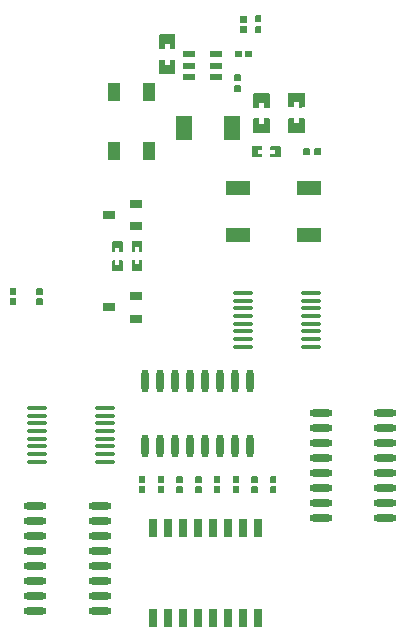
<source format=gtp>
G04 Layer: TopPasteMaskLayer*
G04 EasyEDA v6.5.38, 2023-11-28 08:19:45*
G04 5b7e501a1e2443daa6a4fc3441366d2c,52c161dc85b4440087471843f8ea1cfe,10*
G04 Gerber Generator version 0.2*
G04 Scale: 100 percent, Rotated: No, Reflected: No *
G04 Dimensions in millimeters *
G04 leading zeros omitted , absolute positions ,4 integer and 5 decimal *
%FSLAX45Y45*%
%MOMM*%

%AMMACRO1*21,1,$1,$2,0,0,$3*%
%ADD10O,1.9709892X0.6020054*%
%ADD11O,1.7314926000000002X0.3430016*%
%ADD12O,0.6020054X1.9709892*%
%ADD13MACRO1,1.4986X0.9982X90.0000*%
%ADD14MACRO1,1.5011X0.9982X90.0000*%
%ADD15R,1.0720X0.5320*%
%ADD16R,1.4000X2.1200*%
%ADD17MACRO1,0.76X1.5999X0.0000*%
%ADD18R,2.1000X1.2000*%
%ADD19R,1.0000X0.8000*%
%ADD20R,0.0191X0.8000*%

%LPD*%
G36*
X7957007Y11086490D02*
G01*
X7952994Y11082477D01*
X7952994Y11032439D01*
X7957007Y11028426D01*
X8002981Y11028426D01*
X8006994Y11032439D01*
X8006994Y11082477D01*
X8002981Y11086490D01*
G37*
G36*
X7957007Y11171529D02*
G01*
X7952994Y11167516D01*
X7952994Y11117478D01*
X7957007Y11113465D01*
X8002981Y11113465D01*
X8006994Y11117478D01*
X8006994Y11167516D01*
X8002981Y11171529D01*
G37*
G36*
X7731963Y11086490D02*
G01*
X7728000Y11082477D01*
X7728000Y11032439D01*
X7731963Y11028426D01*
X7777988Y11028426D01*
X7782001Y11032439D01*
X7782001Y11082477D01*
X7777988Y11086490D01*
G37*
G36*
X7731963Y11171529D02*
G01*
X7728000Y11167516D01*
X7728000Y11117478D01*
X7731963Y11113465D01*
X7777988Y11113465D01*
X7782001Y11117478D01*
X7782001Y11167516D01*
X7777988Y11171529D01*
G37*
G36*
X8827008Y9496501D02*
G01*
X8822994Y9492488D01*
X8822994Y9442399D01*
X8827008Y9438436D01*
X8872982Y9438436D01*
X8876995Y9442399D01*
X8876995Y9492488D01*
X8872982Y9496501D01*
G37*
G36*
X8827008Y9581540D02*
G01*
X8822994Y9577527D01*
X8822994Y9527489D01*
X8827008Y9523476D01*
X8872982Y9523476D01*
X8876995Y9527489D01*
X8876995Y9577527D01*
X8872982Y9581540D01*
G37*
G36*
X8985554Y9496501D02*
G01*
X8981541Y9492488D01*
X8981541Y9442399D01*
X8985554Y9438436D01*
X9031528Y9438436D01*
X9035542Y9442399D01*
X9035542Y9492488D01*
X9031528Y9496501D01*
G37*
G36*
X8985554Y9581540D02*
G01*
X8981541Y9577527D01*
X8981541Y9527489D01*
X8985554Y9523476D01*
X9031528Y9523476D01*
X9035542Y9527489D01*
X9035542Y9577527D01*
X9031528Y9581540D01*
G37*
G36*
X9144101Y9496501D02*
G01*
X9140139Y9492488D01*
X9140139Y9442399D01*
X9144101Y9438436D01*
X9190126Y9438436D01*
X9194139Y9442399D01*
X9194139Y9492488D01*
X9190126Y9496501D01*
G37*
G36*
X9144101Y9581540D02*
G01*
X9140139Y9577527D01*
X9140139Y9527489D01*
X9144101Y9523476D01*
X9190126Y9523476D01*
X9194139Y9527489D01*
X9194139Y9577527D01*
X9190126Y9581540D01*
G37*
G36*
X9302699Y9496501D02*
G01*
X9298686Y9492488D01*
X9298686Y9442399D01*
X9302699Y9438436D01*
X9348673Y9438436D01*
X9352686Y9442399D01*
X9352686Y9492488D01*
X9348673Y9496501D01*
G37*
G36*
X9302699Y9581540D02*
G01*
X9298686Y9577527D01*
X9298686Y9527489D01*
X9302699Y9523476D01*
X9348673Y9523476D01*
X9352686Y9527489D01*
X9352686Y9577527D01*
X9348673Y9581540D01*
G37*
G36*
X9461246Y9496501D02*
G01*
X9457232Y9492488D01*
X9457232Y9442399D01*
X9461246Y9438436D01*
X9507270Y9438436D01*
X9511233Y9442399D01*
X9511233Y9492488D01*
X9507270Y9496501D01*
G37*
G36*
X9461246Y9581540D02*
G01*
X9457232Y9577527D01*
X9457232Y9527489D01*
X9461246Y9523476D01*
X9507270Y9523476D01*
X9511233Y9527489D01*
X9511233Y9577527D01*
X9507270Y9581540D01*
G37*
G36*
X9619843Y9496501D02*
G01*
X9615830Y9492488D01*
X9615830Y9442399D01*
X9619843Y9438436D01*
X9665817Y9438436D01*
X9669830Y9442399D01*
X9669830Y9492488D01*
X9665817Y9496501D01*
G37*
G36*
X9619843Y9581540D02*
G01*
X9615830Y9577527D01*
X9615830Y9527489D01*
X9619843Y9523476D01*
X9665817Y9523476D01*
X9669830Y9527489D01*
X9669830Y9577527D01*
X9665817Y9581540D01*
G37*
G36*
X9778390Y9496501D02*
G01*
X9774428Y9492488D01*
X9774428Y9442399D01*
X9778390Y9438436D01*
X9824415Y9438436D01*
X9828428Y9442399D01*
X9828428Y9492488D01*
X9824415Y9496501D01*
G37*
G36*
X9778390Y9581540D02*
G01*
X9774428Y9577527D01*
X9774428Y9527489D01*
X9778390Y9523476D01*
X9824415Y9523476D01*
X9828428Y9527489D01*
X9828428Y9577527D01*
X9824415Y9581540D01*
G37*
G36*
X9936988Y9496501D02*
G01*
X9932974Y9492488D01*
X9932974Y9442399D01*
X9936988Y9438436D01*
X9982962Y9438436D01*
X9986975Y9442399D01*
X9986975Y9492488D01*
X9982962Y9496501D01*
G37*
G36*
X9936988Y9581540D02*
G01*
X9932974Y9577527D01*
X9932974Y9527489D01*
X9936988Y9523476D01*
X9982962Y9523476D01*
X9986975Y9527489D01*
X9986975Y9577527D01*
X9982962Y9581540D01*
G37*
G36*
X10216997Y12357455D02*
G01*
X10211968Y12352477D01*
X10211968Y12307468D01*
X10216997Y12302490D01*
X10264952Y12302490D01*
X10271963Y12307468D01*
X10271963Y12352477D01*
X10264952Y12357455D01*
G37*
G36*
X10314990Y12357455D02*
G01*
X10307980Y12352477D01*
X10307980Y12307468D01*
X10314990Y12302490D01*
X10362996Y12302490D01*
X10367975Y12307468D01*
X10367975Y12352477D01*
X10362996Y12357455D01*
G37*
G36*
X9809784Y13389610D02*
G01*
X9804755Y13382599D01*
X9804755Y13334593D01*
X9809784Y13329564D01*
X9854742Y13329564D01*
X9859772Y13334593D01*
X9859772Y13382599D01*
X9854742Y13389610D01*
G37*
G36*
X9809784Y13485571D02*
G01*
X9804755Y13480592D01*
X9804755Y13432586D01*
X9809784Y13425576D01*
X9854742Y13425576D01*
X9859772Y13432586D01*
X9859772Y13480592D01*
X9854742Y13485571D01*
G37*
G36*
X9684258Y13479170D02*
G01*
X9680244Y13475157D01*
X9680244Y13425119D01*
X9684258Y13421106D01*
X9730282Y13421106D01*
X9734245Y13425119D01*
X9734245Y13475157D01*
X9730282Y13479170D01*
G37*
G36*
X9684258Y13394080D02*
G01*
X9680244Y13390067D01*
X9680244Y13340029D01*
X9684258Y13336016D01*
X9730282Y13336016D01*
X9734245Y13340029D01*
X9734245Y13390067D01*
X9730282Y13394080D01*
G37*
G36*
X9639706Y13184581D02*
G01*
X9635693Y13180568D01*
X9635693Y13134594D01*
X9639706Y13130580D01*
X9689744Y13130580D01*
X9693757Y13134594D01*
X9693757Y13180568D01*
X9689744Y13184581D01*
G37*
G36*
X9724745Y13184581D02*
G01*
X9720783Y13180568D01*
X9720783Y13134594D01*
X9724745Y13130580D01*
X9774834Y13130580D01*
X9778847Y13134594D01*
X9778847Y13180568D01*
X9774834Y13184581D01*
G37*
G36*
X9634778Y12889585D02*
G01*
X9629749Y12882575D01*
X9629749Y12834569D01*
X9634778Y12829590D01*
X9679736Y12829590D01*
X9684766Y12834569D01*
X9684766Y12882575D01*
X9679736Y12889585D01*
G37*
G36*
X9634778Y12985597D02*
G01*
X9629749Y12980568D01*
X9629749Y12932613D01*
X9634778Y12925602D01*
X9679736Y12925602D01*
X9684766Y12932613D01*
X9684766Y12980568D01*
X9679736Y12985597D01*
G37*
G36*
X8998000Y13322452D02*
G01*
X8992971Y13317474D01*
X8992971Y13202462D01*
X8998000Y13197484D01*
X9039961Y13197992D01*
X9039961Y13241985D01*
X9084970Y13241985D01*
X9084970Y13196976D01*
X9125966Y13197484D01*
X9130995Y13202462D01*
X9130995Y13317474D01*
X9125966Y13322452D01*
G37*
G36*
X8998000Y13107466D02*
G01*
X8992971Y13102488D01*
X8992971Y12987477D01*
X8998000Y12982498D01*
X9125966Y12982498D01*
X9130995Y12987477D01*
X9130995Y13102488D01*
X9125966Y13107466D01*
X9084970Y13106958D01*
X9084970Y13062965D01*
X9039961Y13062965D01*
X9039961Y13107466D01*
G37*
G36*
X9795256Y12825120D02*
G01*
X9790277Y12820091D01*
X9790277Y12705080D01*
X9795256Y12700101D01*
X9837267Y12700609D01*
X9837267Y12744602D01*
X9882276Y12744602D01*
X9882276Y12699593D01*
X9923272Y12700101D01*
X9928250Y12705080D01*
X9928250Y12820091D01*
X9923272Y12825120D01*
G37*
G36*
X9795256Y12610084D02*
G01*
X9790277Y12605105D01*
X9790277Y12490094D01*
X9795256Y12485116D01*
X9923272Y12485116D01*
X9928250Y12490094D01*
X9928250Y12605105D01*
X9923272Y12610084D01*
X9882276Y12609576D01*
X9882276Y12565583D01*
X9837267Y12565583D01*
X9837267Y12610084D01*
G37*
G36*
X10092994Y12827457D02*
G01*
X10087965Y12822478D01*
X10087965Y12707467D01*
X10092994Y12702489D01*
X10135006Y12702997D01*
X10135006Y12746990D01*
X10179964Y12746990D01*
X10179964Y12701981D01*
X10220960Y12702489D01*
X10225989Y12707467D01*
X10225989Y12822478D01*
X10220960Y12827457D01*
G37*
G36*
X10092994Y12612471D02*
G01*
X10087965Y12607493D01*
X10087965Y12492482D01*
X10092994Y12487452D01*
X10220960Y12487452D01*
X10225989Y12492482D01*
X10225989Y12607493D01*
X10220960Y12612471D01*
X10179964Y12611963D01*
X10179964Y12567970D01*
X10135006Y12567970D01*
X10135006Y12612471D01*
G37*
G36*
X9780473Y12374981D02*
G01*
X9775494Y12370003D01*
X9775494Y12289993D01*
X9780473Y12284964D01*
X9860483Y12284964D01*
X9865461Y12289993D01*
X9865461Y12312751D01*
X9828479Y12312751D01*
X9828479Y12345771D01*
X9865461Y12345771D01*
X9865461Y12370003D01*
X9860483Y12374981D01*
G37*
G36*
X9940493Y12374981D02*
G01*
X9935464Y12370003D01*
X9935464Y12345771D01*
X9973462Y12345771D01*
X9973462Y12312751D01*
X9935464Y12312751D01*
X9935464Y12289993D01*
X9940493Y12284964D01*
X10019487Y12284964D01*
X10024465Y12289993D01*
X10024465Y12370003D01*
X10019487Y12374981D01*
G37*
G36*
X8764981Y11410492D02*
G01*
X8760002Y11405463D01*
X8760002Y11325453D01*
X8764981Y11320475D01*
X8844991Y11320475D01*
X8849969Y11325453D01*
X8849969Y11405463D01*
X8844991Y11410492D01*
X8822182Y11410492D01*
X8822182Y11373459D01*
X8789162Y11373459D01*
X8789162Y11410492D01*
G37*
G36*
X8764981Y11569496D02*
G01*
X8760002Y11564467D01*
X8760002Y11485473D01*
X8764981Y11480495D01*
X8789162Y11480495D01*
X8789162Y11518493D01*
X8822182Y11518493D01*
X8822182Y11480495D01*
X8844991Y11480495D01*
X8849969Y11485473D01*
X8849969Y11564467D01*
X8844991Y11569496D01*
G37*
G36*
X8599982Y11569496D02*
G01*
X8595004Y11564467D01*
X8595004Y11484457D01*
X8599982Y11479479D01*
X8622792Y11479479D01*
X8622792Y11516461D01*
X8655761Y11516461D01*
X8655761Y11479479D01*
X8679992Y11479479D01*
X8684971Y11484457D01*
X8684971Y11564467D01*
X8679992Y11569496D01*
G37*
G36*
X8599982Y11409476D02*
G01*
X8595004Y11404498D01*
X8595004Y11325504D01*
X8599982Y11320475D01*
X8679992Y11320475D01*
X8684971Y11325504D01*
X8684971Y11404498D01*
X8679992Y11409476D01*
X8655761Y11409476D01*
X8655761Y11371478D01*
X8622792Y11371478D01*
X8622792Y11409476D01*
G37*
D10*
G01*
X7946415Y9324492D03*
G01*
X7946415Y9197492D03*
G01*
X7946415Y9070492D03*
G01*
X7946415Y8943492D03*
G01*
X7946415Y8816492D03*
G01*
X7946415Y8689492D03*
G01*
X7946415Y8562492D03*
G01*
X7946415Y8435492D03*
G01*
X8493531Y9324492D03*
G01*
X8493531Y9197492D03*
G01*
X8493531Y9070492D03*
G01*
X8493531Y8943492D03*
G01*
X8493531Y8816492D03*
G01*
X8493531Y8689492D03*
G01*
X8493531Y8562492D03*
G01*
X8493531Y8435492D03*
G01*
X10908538Y9230487D03*
G01*
X10908538Y9357487D03*
G01*
X10908538Y9484487D03*
G01*
X10908538Y9611487D03*
G01*
X10908538Y9738487D03*
G01*
X10908538Y9865487D03*
G01*
X10908538Y9992487D03*
G01*
X10908538Y10119487D03*
G01*
X10361422Y9230487D03*
G01*
X10361422Y9357487D03*
G01*
X10361422Y9484487D03*
G01*
X10361422Y9611487D03*
G01*
X10361422Y9738487D03*
G01*
X10361422Y9865487D03*
G01*
X10361422Y9992487D03*
G01*
X10361422Y10119487D03*
D11*
G01*
X7963408Y10157485D03*
G01*
X7963408Y10092486D03*
G01*
X7963408Y10027488D03*
G01*
X7963408Y9962464D03*
G01*
X7963408Y9897465D03*
G01*
X7963408Y9832467D03*
G01*
X7963408Y9767468D03*
G01*
X7963408Y9702469D03*
G01*
X8536559Y10157485D03*
G01*
X8536559Y10092486D03*
G01*
X8536559Y10027488D03*
G01*
X8536559Y9962464D03*
G01*
X8536559Y9897465D03*
G01*
X8536559Y9832467D03*
G01*
X8536559Y9767468D03*
G01*
X8536559Y9702469D03*
G01*
X10276560Y10677474D03*
G01*
X10276560Y10742472D03*
G01*
X10276560Y10807471D03*
G01*
X10276560Y10872495D03*
G01*
X10276560Y10937494D03*
G01*
X10276560Y11002492D03*
G01*
X10276560Y11067491D03*
G01*
X10276560Y11132489D03*
G01*
X9703409Y10677474D03*
G01*
X9703409Y10742472D03*
G01*
X9703409Y10807471D03*
G01*
X9703409Y10872495D03*
G01*
X9703409Y10937494D03*
G01*
X9703409Y11002492D03*
G01*
X9703409Y11067491D03*
G01*
X9703409Y11132489D03*
D12*
G01*
X8870492Y9836429D03*
G01*
X8997492Y9836429D03*
G01*
X9124492Y9836429D03*
G01*
X9251492Y9836429D03*
G01*
X9378492Y9836429D03*
G01*
X9505492Y9836429D03*
G01*
X9632492Y9836429D03*
G01*
X9759492Y9836429D03*
G01*
X8870492Y10383545D03*
G01*
X8997492Y10383545D03*
G01*
X9124492Y10383545D03*
G01*
X9251492Y10383545D03*
G01*
X9378492Y10383545D03*
G01*
X9505492Y10383545D03*
G01*
X9632492Y10383545D03*
G01*
X9759492Y10383545D03*
D13*
G01*
X8609990Y12334976D03*
G01*
X8909964Y12334976D03*
D14*
G01*
X8909964Y12834975D03*
G01*
X8609990Y12834975D03*
D15*
G01*
X9472168Y12962585D03*
G01*
X9472168Y13057581D03*
G01*
X9472168Y13152577D03*
G01*
X9242348Y13152577D03*
G01*
X9242348Y13057581D03*
G01*
X9242348Y12962585D03*
D16*
G01*
X9610064Y12532588D03*
G01*
X9204452Y12532588D03*
D17*
G01*
X9834473Y9141472D03*
G01*
X9707473Y9141472D03*
G01*
X9580473Y9141472D03*
G01*
X9453473Y9141472D03*
G01*
X9326473Y9141472D03*
G01*
X9199473Y9141472D03*
G01*
X9072473Y9141472D03*
G01*
X8945473Y9141472D03*
G01*
X9834473Y8378482D03*
G01*
X9707473Y8378482D03*
G01*
X9580473Y8378482D03*
G01*
X9453473Y8378482D03*
G01*
X9326473Y8378482D03*
G01*
X9199473Y8378482D03*
G01*
X9072473Y8378482D03*
G01*
X8945473Y8378482D03*
D18*
G01*
X9659975Y12019965D03*
G01*
X10259974Y12019965D03*
G01*
X9659975Y11619966D03*
G01*
X10259974Y11619966D03*
D19*
G01*
X8799982Y11104981D03*
G01*
X8569985Y11009985D03*
G01*
X8799982Y10914964D03*
G01*
X8799982Y11884964D03*
G01*
X8569985Y11789968D03*
G01*
X8799982Y11694972D03*
M02*

</source>
